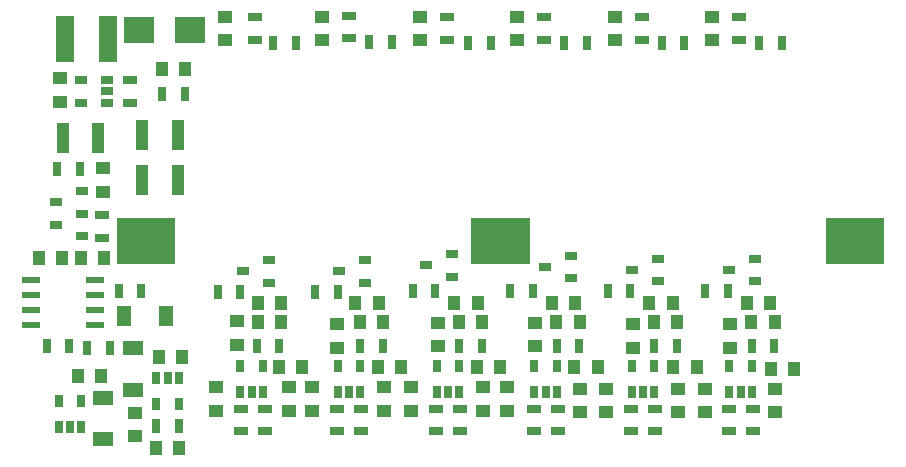
<source format=gbr>
%TF.GenerationSoftware,KiCad,Pcbnew,7.0.9-7.0.9~ubuntu23.04.1*%
%TF.CreationDate,2023-11-27T17:45:01+00:00*%
%TF.ProjectId,PCRD03,50435244-3033-42e6-9b69-6361645f7063,rev?*%
%TF.SameCoordinates,Original*%
%TF.FileFunction,Paste,Bot*%
%TF.FilePolarity,Positive*%
%FSLAX46Y46*%
G04 Gerber Fmt 4.6, Leading zero omitted, Abs format (unit mm)*
G04 Created by KiCad (PCBNEW 7.0.9-7.0.9~ubuntu23.04.1) date 2023-11-27 17:45:01*
%MOMM*%
%LPD*%
G01*
G04 APERTURE LIST*
%ADD10R,5.000000X4.000000*%
%ADD11R,1.250000X1.000000*%
%ADD12R,1.000000X1.250000*%
%ADD13R,1.300480X1.699260*%
%ADD14R,1.699260X1.300480*%
%ADD15R,1.600000X4.000000*%
%ADD16R,1.000760X0.800100*%
%ADD17R,0.700000X1.300000*%
%ADD18R,1.300000X0.700000*%
%ADD19R,0.650000X1.060000*%
%ADD20R,1.550000X0.600000*%
%ADD21R,1.060000X0.650000*%
%ADD22R,1.000000X2.500000*%
%ADD23R,2.500000X2.300000*%
G04 APERTURE END LIST*
D10*
%TO.C,BT1*%
X57898000Y-51562000D03*
X87898000Y-51562000D03*
%TD*%
%TO.C,BT2*%
X87870000Y-51562000D03*
X117870000Y-51562000D03*
%TD*%
D11*
%TO.C,C4*%
X54229000Y-47355000D03*
X54229000Y-45355000D03*
%TD*%
D12*
%TO.C,C1*%
X61198000Y-36957000D03*
X59198000Y-36957000D03*
%TD*%
D11*
%TO.C,C6*%
X50546000Y-37735000D03*
X50546000Y-39735000D03*
%TD*%
%TO.C,C11*%
X63754000Y-63897000D03*
X63754000Y-65897000D03*
%TD*%
D12*
%TO.C,C8*%
X58944000Y-61341000D03*
X60944000Y-61341000D03*
%TD*%
D11*
%TO.C,C12*%
X69977000Y-63897000D03*
X69977000Y-65897000D03*
%TD*%
%TO.C,C13*%
X65532000Y-58309000D03*
X65532000Y-60309000D03*
%TD*%
D12*
%TO.C,C9*%
X54086000Y-62992000D03*
X52086000Y-62992000D03*
%TD*%
D11*
%TO.C,C14*%
X64516000Y-32528000D03*
X64516000Y-34528000D03*
%TD*%
D12*
%TO.C,C10*%
X58690000Y-69088000D03*
X60690000Y-69088000D03*
%TD*%
%TO.C,C15*%
X69326000Y-58420000D03*
X67326000Y-58420000D03*
%TD*%
%TO.C,C16*%
X69326000Y-56769000D03*
X67326000Y-56769000D03*
%TD*%
D11*
%TO.C,C17*%
X71882000Y-63897000D03*
X71882000Y-65897000D03*
%TD*%
%TO.C,C18*%
X77978000Y-63897000D03*
X77978000Y-65897000D03*
%TD*%
%TO.C,C19*%
X74041000Y-58563000D03*
X74041000Y-60563000D03*
%TD*%
%TO.C,C20*%
X72771000Y-32528000D03*
X72771000Y-34528000D03*
%TD*%
D12*
%TO.C,C21*%
X77962000Y-58420000D03*
X75962000Y-58420000D03*
%TD*%
%TO.C,C22*%
X77581000Y-56769000D03*
X75581000Y-56769000D03*
%TD*%
D11*
%TO.C,C23*%
X80264000Y-63897000D03*
X80264000Y-65897000D03*
%TD*%
%TO.C,C24*%
X86360000Y-63897000D03*
X86360000Y-65897000D03*
%TD*%
%TO.C,C25*%
X82550000Y-58436000D03*
X82550000Y-60436000D03*
%TD*%
%TO.C,C26*%
X81026000Y-32528000D03*
X81026000Y-34528000D03*
%TD*%
D12*
%TO.C,C27*%
X86344000Y-58420000D03*
X84344000Y-58420000D03*
%TD*%
%TO.C,C28*%
X85963000Y-56769000D03*
X83963000Y-56769000D03*
%TD*%
D11*
%TO.C,C29*%
X88392000Y-63897000D03*
X88392000Y-65897000D03*
%TD*%
%TO.C,C30*%
X94615000Y-64024000D03*
X94615000Y-66024000D03*
%TD*%
%TO.C,C31*%
X90805000Y-58436000D03*
X90805000Y-60436000D03*
%TD*%
%TO.C,C32*%
X89281000Y-32528000D03*
X89281000Y-34528000D03*
%TD*%
D12*
%TO.C,C33*%
X94599000Y-58420000D03*
X92599000Y-58420000D03*
%TD*%
%TO.C,C34*%
X94218000Y-56769000D03*
X92218000Y-56769000D03*
%TD*%
D11*
%TO.C,C35*%
X96774000Y-64024000D03*
X96774000Y-66024000D03*
%TD*%
%TO.C,C36*%
X102870000Y-64024000D03*
X102870000Y-66024000D03*
%TD*%
%TO.C,C37*%
X99060000Y-58563000D03*
X99060000Y-60563000D03*
%TD*%
%TO.C,C38*%
X97536000Y-32528000D03*
X97536000Y-34528000D03*
%TD*%
D12*
%TO.C,C39*%
X102854000Y-58420000D03*
X100854000Y-58420000D03*
%TD*%
%TO.C,C40*%
X102473000Y-56769000D03*
X100473000Y-56769000D03*
%TD*%
D13*
%TO.C,D5*%
X59535060Y-57912000D03*
X56034940Y-57912000D03*
%TD*%
D14*
%TO.C,D4*%
X54229000Y-68298060D03*
X54229000Y-64797940D03*
%TD*%
%TO.C,D3*%
X56769000Y-64107060D03*
X56769000Y-60606940D03*
%TD*%
D15*
%TO.C,L1*%
X51032000Y-34417000D03*
X54632000Y-34417000D03*
%TD*%
D16*
%TO.C,Q1*%
X68282820Y-53149500D03*
X68282820Y-55054500D03*
X66083180Y-54102000D03*
%TD*%
%TO.C,Q2*%
X76410820Y-53149500D03*
X76410820Y-55054500D03*
X74211180Y-54102000D03*
%TD*%
%TO.C,Q3*%
X83776820Y-52641500D03*
X83776820Y-54546500D03*
X81577180Y-53594000D03*
%TD*%
%TO.C,Q4*%
X93809820Y-52768500D03*
X93809820Y-54673500D03*
X91610180Y-53721000D03*
%TD*%
%TO.C,Q5*%
X101175820Y-53022500D03*
X101175820Y-54927500D03*
X98976180Y-53975000D03*
%TD*%
D17*
%TO.C,R1*%
X52258000Y-45466000D03*
X50358000Y-45466000D03*
%TD*%
D18*
%TO.C,R3*%
X54102000Y-51242000D03*
X54102000Y-49342000D03*
%TD*%
D17*
%TO.C,R2*%
X61148000Y-39116000D03*
X59248000Y-39116000D03*
%TD*%
D18*
%TO.C,R4*%
X56515000Y-39812000D03*
X56515000Y-37912000D03*
%TD*%
D17*
%TO.C,R6*%
X49469000Y-60452000D03*
X51369000Y-60452000D03*
%TD*%
D18*
%TO.C,R9*%
X67945000Y-67625000D03*
X67945000Y-65725000D03*
%TD*%
%TO.C,R10*%
X67056000Y-34478000D03*
X67056000Y-32578000D03*
%TD*%
D17*
%TO.C,R8*%
X52898000Y-60579000D03*
X54798000Y-60579000D03*
%TD*%
%TO.C,R11*%
X70546000Y-34798000D03*
X68646000Y-34798000D03*
%TD*%
D18*
%TO.C,R12*%
X65913000Y-67625000D03*
X65913000Y-65725000D03*
%TD*%
D17*
%TO.C,R7*%
X58740000Y-67183000D03*
X60640000Y-67183000D03*
%TD*%
%TO.C,R13*%
X69149000Y-60452000D03*
X67249000Y-60452000D03*
%TD*%
%TO.C,R5*%
X57465000Y-55753000D03*
X55565000Y-55753000D03*
%TD*%
%TO.C,R14*%
X63947000Y-55880000D03*
X65847000Y-55880000D03*
%TD*%
D18*
%TO.C,R15*%
X76073000Y-67625000D03*
X76073000Y-65725000D03*
%TD*%
%TO.C,R16*%
X75057000Y-34351000D03*
X75057000Y-32451000D03*
%TD*%
D17*
%TO.C,R17*%
X78674000Y-34671000D03*
X76774000Y-34671000D03*
%TD*%
D18*
%TO.C,R18*%
X74041000Y-67625000D03*
X74041000Y-65725000D03*
%TD*%
D17*
%TO.C,R19*%
X77912000Y-60452000D03*
X76012000Y-60452000D03*
%TD*%
%TO.C,R20*%
X72202000Y-55880000D03*
X74102000Y-55880000D03*
%TD*%
D18*
%TO.C,R21*%
X84455000Y-67625000D03*
X84455000Y-65725000D03*
%TD*%
%TO.C,R22*%
X83312000Y-34478000D03*
X83312000Y-32578000D03*
%TD*%
D17*
%TO.C,R23*%
X87056000Y-34798000D03*
X85156000Y-34798000D03*
%TD*%
D18*
%TO.C,R24*%
X82423000Y-67625000D03*
X82423000Y-65725000D03*
%TD*%
D17*
%TO.C,R25*%
X86294000Y-60452000D03*
X84394000Y-60452000D03*
%TD*%
%TO.C,R26*%
X80457000Y-55753000D03*
X82357000Y-55753000D03*
%TD*%
D18*
%TO.C,R27*%
X92710000Y-67625000D03*
X92710000Y-65725000D03*
%TD*%
%TO.C,R28*%
X91567000Y-34478000D03*
X91567000Y-32578000D03*
%TD*%
D17*
%TO.C,R29*%
X95184000Y-34798000D03*
X93284000Y-34798000D03*
%TD*%
D18*
%TO.C,R30*%
X90678000Y-67625000D03*
X90678000Y-65725000D03*
%TD*%
D17*
%TO.C,R31*%
X94549000Y-60452000D03*
X92649000Y-60452000D03*
%TD*%
%TO.C,R32*%
X88712000Y-55753000D03*
X90612000Y-55753000D03*
%TD*%
D18*
%TO.C,R33*%
X100965000Y-67625000D03*
X100965000Y-65725000D03*
%TD*%
%TO.C,R34*%
X99822000Y-34478000D03*
X99822000Y-32578000D03*
%TD*%
D17*
%TO.C,R35*%
X103439000Y-34798000D03*
X101539000Y-34798000D03*
%TD*%
D18*
%TO.C,R36*%
X98933000Y-67625000D03*
X98933000Y-65725000D03*
%TD*%
D17*
%TO.C,R37*%
X102804000Y-60452000D03*
X100904000Y-60452000D03*
%TD*%
%TO.C,R38*%
X96967000Y-55753000D03*
X98867000Y-55753000D03*
%TD*%
D19*
%TO.C,U3*%
X58740000Y-63162000D03*
X59690000Y-63162000D03*
X60640000Y-63162000D03*
X60640000Y-65362000D03*
X58740000Y-65362000D03*
%TD*%
D20*
%TO.C,U4*%
X53500000Y-54864000D03*
X53500000Y-56134000D03*
X53500000Y-57404000D03*
X53500000Y-58674000D03*
X48100000Y-58674000D03*
X48100000Y-57404000D03*
X48100000Y-56134000D03*
X48100000Y-54864000D03*
%TD*%
D19*
%TO.C,U5*%
X52385000Y-67267000D03*
X51435000Y-67267000D03*
X50485000Y-67267000D03*
X50485000Y-65067000D03*
X52385000Y-65067000D03*
%TD*%
D21*
%TO.C,U1*%
X54567000Y-37912000D03*
X54567000Y-38862000D03*
X54567000Y-39812000D03*
X52367000Y-39812000D03*
X52367000Y-37912000D03*
%TD*%
D19*
%TO.C,U6*%
X67752000Y-64346000D03*
X66802000Y-64346000D03*
X65852000Y-64346000D03*
X65852000Y-62146000D03*
X67752000Y-62146000D03*
%TD*%
%TO.C,U7*%
X76007000Y-64346000D03*
X75057000Y-64346000D03*
X74107000Y-64346000D03*
X74107000Y-62146000D03*
X76007000Y-62146000D03*
%TD*%
%TO.C,U8*%
X84389000Y-64346000D03*
X83439000Y-64346000D03*
X82489000Y-64346000D03*
X82489000Y-62146000D03*
X84389000Y-62146000D03*
%TD*%
%TO.C,U9*%
X92644000Y-64346000D03*
X91694000Y-64346000D03*
X90744000Y-64346000D03*
X90744000Y-62146000D03*
X92644000Y-62146000D03*
%TD*%
%TO.C,U10*%
X100899000Y-64346000D03*
X99949000Y-64346000D03*
X98999000Y-64346000D03*
X98999000Y-62146000D03*
X100899000Y-62146000D03*
%TD*%
D12*
%TO.C,C7*%
X54340000Y-52959000D03*
X52340000Y-52959000D03*
%TD*%
D11*
%TO.C,C42*%
X111125000Y-64024000D03*
X111125000Y-66024000D03*
%TD*%
%TO.C,C41*%
X105156000Y-64024000D03*
X105156000Y-66024000D03*
%TD*%
%TO.C,C43*%
X107315000Y-58563000D03*
X107315000Y-60563000D03*
%TD*%
%TO.C,C44*%
X105791000Y-32528000D03*
X105791000Y-34528000D03*
%TD*%
D12*
%TO.C,C45*%
X111109000Y-58420000D03*
X109109000Y-58420000D03*
%TD*%
%TO.C,C46*%
X110728000Y-56769000D03*
X108728000Y-56769000D03*
%TD*%
D16*
%TO.C,Q6*%
X109430820Y-53022500D03*
X109430820Y-54927500D03*
X107231180Y-53975000D03*
%TD*%
D18*
%TO.C,R39*%
X109220000Y-67625000D03*
X109220000Y-65725000D03*
%TD*%
%TO.C,R40*%
X108077000Y-34478000D03*
X108077000Y-32578000D03*
%TD*%
D17*
%TO.C,R41*%
X111694000Y-34798000D03*
X109794000Y-34798000D03*
%TD*%
D18*
%TO.C,R42*%
X107188000Y-67625000D03*
X107188000Y-65725000D03*
%TD*%
D17*
%TO.C,R43*%
X111059000Y-60452000D03*
X109159000Y-60452000D03*
%TD*%
%TO.C,R44*%
X105222000Y-55753000D03*
X107122000Y-55753000D03*
%TD*%
D16*
%TO.C,U2*%
X52407820Y-47307500D03*
X52407820Y-49212500D03*
X50208180Y-48260000D03*
%TD*%
D19*
%TO.C,U11*%
X109154000Y-64346000D03*
X108204000Y-64346000D03*
X107254000Y-64346000D03*
X107254000Y-62146000D03*
X109154000Y-62146000D03*
%TD*%
D16*
%TO.C,D2*%
X52407820Y-49212500D03*
X52407820Y-51117500D03*
X50208180Y-50165000D03*
%TD*%
D11*
%TO.C,C47*%
X56896000Y-66056000D03*
X56896000Y-68056000D03*
%TD*%
D12*
%TO.C,C48*%
X48784000Y-52959000D03*
X50784000Y-52959000D03*
%TD*%
%TO.C,C49*%
X69104000Y-62230000D03*
X71104000Y-62230000D03*
%TD*%
%TO.C,C50*%
X77486000Y-62230000D03*
X79486000Y-62230000D03*
%TD*%
%TO.C,C51*%
X85868000Y-62230000D03*
X87868000Y-62230000D03*
%TD*%
%TO.C,C52*%
X94123000Y-62230000D03*
X96123000Y-62230000D03*
%TD*%
%TO.C,C53*%
X102505000Y-62230000D03*
X104505000Y-62230000D03*
%TD*%
%TO.C,C54*%
X110760000Y-62357000D03*
X112760000Y-62357000D03*
%TD*%
D22*
%TO.C,C2*%
X50824000Y-42799000D03*
X53824000Y-42799000D03*
%TD*%
%TO.C,C3*%
X57555000Y-46355000D03*
X60555000Y-46355000D03*
%TD*%
%TO.C,C5*%
X60555000Y-42545000D03*
X57555000Y-42545000D03*
%TD*%
D23*
%TO.C,D1*%
X61586000Y-33655000D03*
X57286000Y-33655000D03*
%TD*%
M02*

</source>
